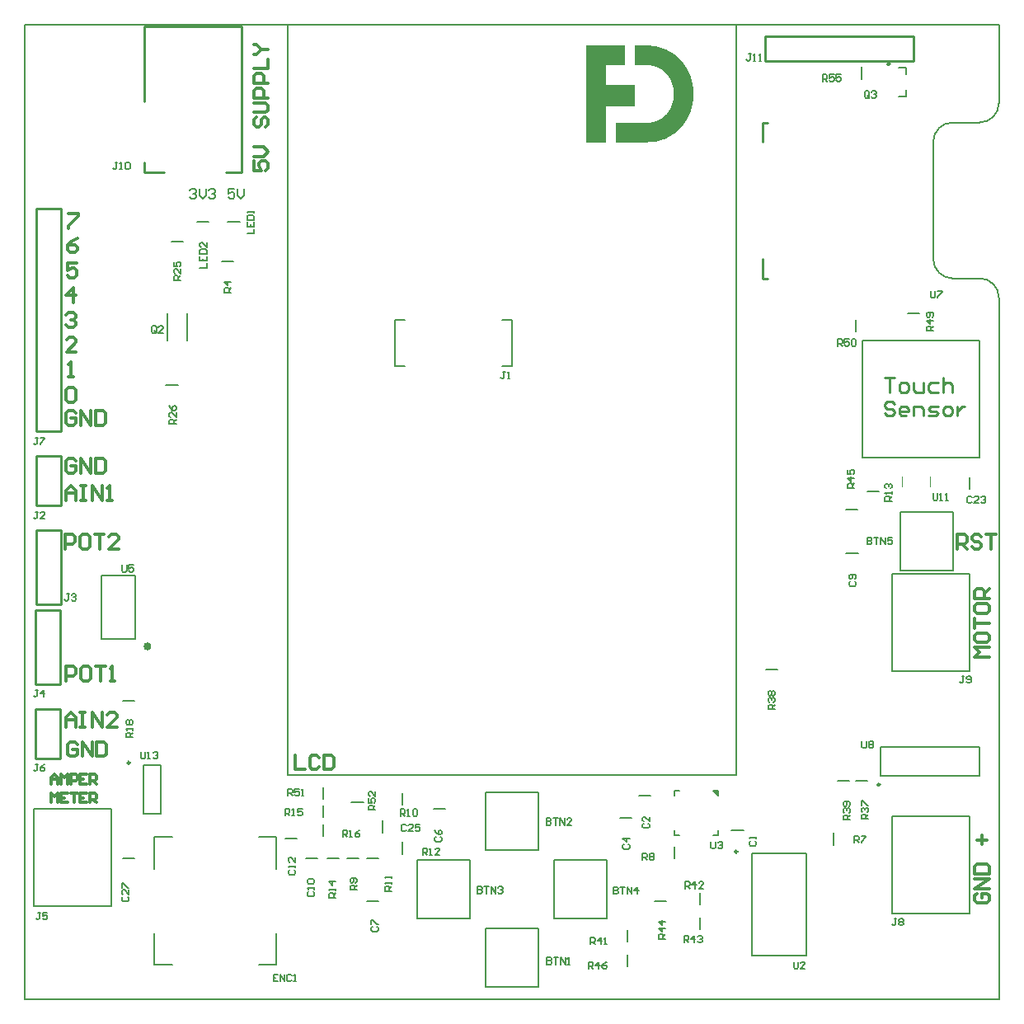
<source format=gto>
G04 Layer_Color=65535*
%FSLAX43Y43*%
%MOMM*%
G71*
G01*
G75*
%ADD28C,0.300*%
%ADD29C,0.400*%
%ADD35C,0.150*%
%ADD56C,2.000*%
%ADD57C,0.250*%
%ADD58C,0.254*%
%ADD59C,0.200*%
%ADD60C,0.100*%
%ADD61R,3.000X2.000*%
%ADD62R,1.000X2.000*%
%ADD63R,4.445X2.270*%
%ADD64R,3.000X2.000*%
%ADD65R,2.000X10.000*%
G36*
X71153Y20842D02*
X70653Y21342D01*
X71153D01*
Y20842D01*
D02*
G37*
D28*
X2675Y22074D02*
Y22740D01*
X3008Y23073D01*
X3341Y22740D01*
Y22074D01*
Y22573D01*
X2675D01*
X3675Y22074D02*
Y23073D01*
X4008Y22740D01*
X4341Y23073D01*
Y22074D01*
X4674D02*
Y23073D01*
X5174D01*
X5341Y22907D01*
Y22573D01*
X5174Y22407D01*
X4674D01*
X6340Y23073D02*
X5674D01*
Y22074D01*
X6340D01*
X5674Y22573D02*
X6007D01*
X6674Y22074D02*
Y23073D01*
X7174D01*
X7340Y22907D01*
Y22573D01*
X7174Y22407D01*
X6674D01*
X7007D02*
X7340Y22074D01*
X2675Y20154D02*
Y21154D01*
X3008Y20820D01*
X3341Y21154D01*
Y20154D01*
X4341Y21154D02*
X3675D01*
Y20154D01*
X4341D01*
X3675Y20654D02*
X4008D01*
X4674Y21154D02*
X5341D01*
X5008D01*
Y20154D01*
X6340Y21154D02*
X5674D01*
Y20154D01*
X6340D01*
X5674Y20654D02*
X6007D01*
X6674Y20154D02*
Y21154D01*
X7174D01*
X7340Y20987D01*
Y20654D01*
X7174Y20487D01*
X6674D01*
X7007D02*
X7340Y20154D01*
X5368Y26147D02*
X5118Y26397D01*
X4618D01*
X4368Y26147D01*
Y25148D01*
X4618Y24898D01*
X5118D01*
X5368Y25148D01*
Y25648D01*
X4868D01*
X5868Y24898D02*
Y26397D01*
X6867Y24898D01*
Y26397D01*
X7367D02*
Y24898D01*
X8117D01*
X8367Y25148D01*
Y26147D01*
X8117Y26397D01*
X7367D01*
X4449Y80606D02*
X5449D01*
Y80356D01*
X4449Y79356D01*
Y79106D01*
X5373Y78142D02*
X4873Y77892D01*
X4373Y77392D01*
Y76892D01*
X4623Y76642D01*
X5123D01*
X5373Y76892D01*
Y77142D01*
X5123Y77392D01*
X4373D01*
X5322Y75526D02*
X4322D01*
Y74776D01*
X4822Y75026D01*
X5072D01*
X5322Y74776D01*
Y74276D01*
X5072Y74026D01*
X4572D01*
X4322Y74276D01*
X4920Y71486D02*
Y72986D01*
X4170Y72236D01*
X5169D01*
X4195Y70221D02*
X4445Y70471D01*
X4945D01*
X5195Y70221D01*
Y69971D01*
X4945Y69721D01*
X4695D01*
X4945D01*
X5195Y69471D01*
Y69222D01*
X4945Y68972D01*
X4445D01*
X4195Y69222D01*
X5246Y66457D02*
X4246D01*
X5246Y67457D01*
Y67707D01*
X4996Y67957D01*
X4496D01*
X4246Y67707D01*
X4424Y63866D02*
X4924D01*
X4674D01*
Y65366D01*
X4424Y65116D01*
X4221Y62500D02*
X4471Y62750D01*
X4970D01*
X5220Y62500D01*
Y61500D01*
X4970Y61250D01*
X4471D01*
X4221Y61500D01*
Y62500D01*
X5225Y60135D02*
X4975Y60385D01*
X4475D01*
X4225Y60135D01*
Y59135D01*
X4475Y58885D01*
X4975D01*
X5225Y59135D01*
Y59635D01*
X4725D01*
X5725Y58885D02*
Y60385D01*
X6724Y58885D01*
Y60385D01*
X7224D02*
Y58885D01*
X7974D01*
X8224Y59135D01*
Y60135D01*
X7974Y60385D01*
X7224D01*
X95711Y46188D02*
Y47687D01*
X96461D01*
X96711Y47437D01*
Y46938D01*
X96461Y46688D01*
X95711D01*
X96211D02*
X96711Y46188D01*
X98211Y47437D02*
X97961Y47687D01*
X97461D01*
X97211Y47437D01*
Y47187D01*
X97461Y46938D01*
X97961D01*
X98211Y46688D01*
Y46438D01*
X97961Y46188D01*
X97461D01*
X97211Y46438D01*
X98710Y47687D02*
X99710D01*
X99210D01*
Y46188D01*
X27716Y25056D02*
Y23556D01*
X28715D01*
X30215Y24806D02*
X29965Y25056D01*
X29465D01*
X29215Y24806D01*
Y23806D01*
X29465Y23556D01*
X29965D01*
X30215Y23806D01*
X30715Y25056D02*
Y23556D01*
X31464D01*
X31714Y23806D01*
Y24806D01*
X31464Y25056D01*
X30715D01*
X23473Y86025D02*
Y85025D01*
X24223D01*
X23973Y85525D01*
Y85775D01*
X24223Y86025D01*
X24722D01*
X24972Y85775D01*
Y85275D01*
X24722Y85025D01*
X23473Y86525D02*
X24473D01*
X24972Y87025D01*
X24473Y87525D01*
X23473D01*
X23723Y90524D02*
X23473Y90274D01*
Y89774D01*
X23723Y89524D01*
X23973D01*
X24223Y89774D01*
Y90274D01*
X24473Y90524D01*
X24722D01*
X24972Y90274D01*
Y89774D01*
X24722Y89524D01*
X23473Y91023D02*
X24722D01*
X24972Y91273D01*
Y91773D01*
X24722Y92023D01*
X23473D01*
X24972Y92523D02*
X23473D01*
Y93273D01*
X23723Y93523D01*
X24223D01*
X24473Y93273D01*
Y92523D01*
X24972Y94022D02*
X23473D01*
Y94772D01*
X23723Y95022D01*
X24223D01*
X24473Y94772D01*
Y94022D01*
X23473Y95522D02*
X24972D01*
Y96522D01*
X23473Y97021D02*
X23723D01*
X24223Y97521D01*
X23723Y98021D01*
X23473D01*
X24223Y97521D02*
X24972D01*
X97738Y10840D02*
X97488Y10590D01*
Y10090D01*
X97738Y9840D01*
X98738D01*
X98988Y10090D01*
Y10590D01*
X98738Y10840D01*
X98238D01*
Y10340D01*
X98988Y11340D02*
X97488D01*
X98988Y12340D01*
X97488D01*
Y12839D02*
X98988D01*
Y13589D01*
X98738Y13839D01*
X97738D01*
X97488Y13589D01*
Y12839D01*
X98238Y15838D02*
Y16838D01*
X97738Y16338D02*
X98738D01*
X98988Y35088D02*
X97488D01*
X97988Y35588D01*
X97488Y36088D01*
X98988D01*
X97488Y37337D02*
Y36837D01*
X97738Y36588D01*
X98738D01*
X98988Y36837D01*
Y37337D01*
X98738Y37587D01*
X97738D01*
X97488Y37337D01*
Y38087D02*
Y39087D01*
Y38587D01*
X98988D01*
X97488Y40336D02*
Y39836D01*
X97738Y39587D01*
X98738D01*
X98988Y39836D01*
Y40336D01*
X98738Y40586D01*
X97738D01*
X97488Y40336D01*
X98988Y41086D02*
X97488D01*
Y41836D01*
X97738Y42086D01*
X98238D01*
X98488Y41836D01*
Y41086D01*
Y41586D02*
X98988Y42086D01*
X4125Y46220D02*
Y47720D01*
X4875D01*
X5125Y47470D01*
Y46970D01*
X4875Y46720D01*
X4125D01*
X6374Y47720D02*
X5874D01*
X5625Y47470D01*
Y46470D01*
X5874Y46220D01*
X6374D01*
X6624Y46470D01*
Y47470D01*
X6374Y47720D01*
X7124D02*
X8124D01*
X7624D01*
Y46220D01*
X9623D02*
X8624D01*
X9623Y47220D01*
Y47470D01*
X9373Y47720D01*
X8873D01*
X8624Y47470D01*
X4225Y32645D02*
Y34145D01*
X4975D01*
X5225Y33895D01*
Y33395D01*
X4975Y33145D01*
X4225D01*
X6474Y34145D02*
X5974D01*
X5725Y33895D01*
Y32895D01*
X5974Y32645D01*
X6474D01*
X6724Y32895D01*
Y33895D01*
X6474Y34145D01*
X7224D02*
X8224D01*
X7724D01*
Y32645D01*
X8724D02*
X9223D01*
X8973D01*
Y34145D01*
X8724Y33895D01*
X4170Y27925D02*
Y28925D01*
X4670Y29425D01*
X5169Y28925D01*
Y27925D01*
Y28675D01*
X4170D01*
X5669Y29425D02*
X6169D01*
X5919D01*
Y27925D01*
X5669D01*
X6169D01*
X6919D02*
Y29425D01*
X7919Y27925D01*
Y29425D01*
X9418Y27925D02*
X8418D01*
X9418Y28925D01*
Y29175D01*
X9168Y29425D01*
X8668D01*
X8418Y29175D01*
X4195Y51166D02*
Y52166D01*
X4695Y52666D01*
X5195Y52166D01*
Y51166D01*
Y51916D01*
X4195D01*
X5695Y52666D02*
X6195D01*
X5945D01*
Y51166D01*
X5695D01*
X6195D01*
X6944D02*
Y52666D01*
X7944Y51166D01*
Y52666D01*
X8444Y51166D02*
X8944D01*
X8694D01*
Y52666D01*
X8444Y52416D01*
X5220Y55261D02*
X4970Y55511D01*
X4471D01*
X4221Y55261D01*
Y54261D01*
X4471Y54011D01*
X4970D01*
X5220Y54261D01*
Y54761D01*
X4720D01*
X5720Y54011D02*
Y55511D01*
X6720Y54011D01*
Y55511D01*
X7220D02*
Y54011D01*
X7969D01*
X8219Y54261D01*
Y55261D01*
X7969Y55511D01*
X7220D01*
D29*
X12756Y36200D02*
G03*
X12756Y36200I-200J0D01*
G01*
D35*
X47300Y1250D02*
Y7250D01*
X52700D01*
Y1250D02*
Y7250D01*
X47300Y1250D02*
X52700D01*
X47300Y15250D02*
Y21250D01*
X52700D01*
Y15250D02*
Y21250D01*
X47300Y15250D02*
X52700D01*
X40300Y8250D02*
Y14250D01*
X45700D01*
Y8250D02*
Y14250D01*
X40300Y8250D02*
X45700D01*
X54300D02*
Y14250D01*
X59700D01*
Y8250D02*
Y14250D01*
X54300Y8250D02*
X59700D01*
X89883Y43990D02*
Y49990D01*
X95283D01*
Y43990D02*
Y49990D01*
X89883Y43990D02*
X95283D01*
X49000Y65000D02*
X50000D01*
Y69750D01*
X49000D02*
X50000D01*
X38000D02*
X39000D01*
X38000Y65000D02*
Y69750D01*
Y65000D02*
X39000D01*
X74625Y4425D02*
Y14925D01*
Y4425D02*
X80225D01*
Y14925D01*
X74625D02*
X80225D01*
X25770Y13375D02*
Y16675D01*
Y3475D02*
Y6775D01*
X13270Y13375D02*
Y16675D01*
Y3475D02*
Y6775D01*
X23965Y16675D02*
X25770D01*
X13270D02*
X15075D01*
X23965Y3475D02*
X25770D01*
X13270D02*
X15075D01*
X27000Y23000D02*
Y100000D01*
X73000Y23000D02*
Y100000D01*
X27000Y23000D02*
X73000D01*
X66653Y16842D02*
Y17342D01*
Y16842D02*
X67153D01*
X70653D02*
X71153D01*
Y17342D01*
X66653Y21342D02*
X67153D01*
X66653Y20842D02*
Y21342D01*
X70653D02*
X71153D01*
Y20842D02*
Y21342D01*
X70653D02*
X71153Y20842D01*
X7806Y36950D02*
X11306D01*
X7806D02*
Y43450D01*
X11306D01*
Y36950D02*
Y43450D01*
X16625Y67640D02*
Y70365D01*
X14625Y67640D02*
Y70365D01*
X65765Y6183D02*
X65065D01*
Y6533D01*
X65182Y6649D01*
X65415D01*
X65532Y6533D01*
Y6183D01*
Y6416D02*
X65765Y6649D01*
Y7232D02*
X65065D01*
X65415Y6883D01*
Y7349D01*
X65765Y7932D02*
X65065D01*
X65415Y7582D01*
Y8049D01*
X67670Y5802D02*
Y6502D01*
X68020D01*
X68136Y6385D01*
Y6152D01*
X68020Y6035D01*
X67670D01*
X67903D02*
X68136Y5802D01*
X68719D02*
Y6502D01*
X68370Y6152D01*
X68836D01*
X69069Y6385D02*
X69186Y6502D01*
X69419D01*
X69536Y6385D01*
Y6268D01*
X69419Y6152D01*
X69303D01*
X69419D01*
X69536Y6035D01*
Y5918D01*
X69419Y5802D01*
X69186D01*
X69069Y5918D01*
X67780Y11345D02*
Y12045D01*
X68130D01*
X68247Y11928D01*
Y11695D01*
X68130Y11578D01*
X67780D01*
X68013D02*
X68247Y11345D01*
X68830D02*
Y12045D01*
X68480Y11695D01*
X68946D01*
X69646Y11345D02*
X69180D01*
X69646Y11812D01*
Y11928D01*
X69529Y12045D01*
X69296D01*
X69180Y11928D01*
X58069Y5599D02*
Y6298D01*
X58418D01*
X58535Y6182D01*
Y5948D01*
X58418Y5832D01*
X58069D01*
X58302D02*
X58535Y5599D01*
X59118D02*
Y6298D01*
X58768Y5948D01*
X59235D01*
X59468Y5599D02*
X59701D01*
X59585D01*
Y6298D01*
X59468Y6182D01*
X83443Y67041D02*
Y67741D01*
X83793D01*
X83910Y67624D01*
Y67391D01*
X83793Y67274D01*
X83443D01*
X83676D02*
X83910Y67041D01*
X84609Y67741D02*
X84143D01*
Y67391D01*
X84376Y67508D01*
X84493D01*
X84609Y67391D01*
Y67158D01*
X84493Y67041D01*
X84260D01*
X84143Y67158D01*
X84843Y67624D02*
X84959Y67741D01*
X85193D01*
X85309Y67624D01*
Y67158D01*
X85193Y67041D01*
X84959D01*
X84843Y67158D01*
Y67624D01*
X93277Y68613D02*
X92578D01*
Y68963D01*
X92694Y69080D01*
X92928D01*
X93044Y68963D01*
Y68613D01*
Y68846D02*
X93277Y69080D01*
Y69663D02*
X92578D01*
X92928Y69313D01*
Y69779D01*
X93161Y70013D02*
X93277Y70129D01*
Y70363D01*
X93161Y70479D01*
X92694D01*
X92578Y70363D01*
Y70129D01*
X92694Y70013D01*
X92811D01*
X92928Y70129D01*
Y70479D01*
X57865Y3109D02*
Y3809D01*
X58215D01*
X58332Y3693D01*
Y3459D01*
X58215Y3343D01*
X57865D01*
X58099D02*
X58332Y3109D01*
X58915D02*
Y3809D01*
X58565Y3459D01*
X59032D01*
X59731Y3809D02*
X59498Y3693D01*
X59265Y3459D01*
Y3226D01*
X59382Y3109D01*
X59615D01*
X59731Y3226D01*
Y3343D01*
X59615Y3459D01*
X59265D01*
X85170Y52462D02*
X84471D01*
Y52811D01*
X84587Y52928D01*
X84821D01*
X84937Y52811D01*
Y52462D01*
Y52695D02*
X85170Y52928D01*
Y53511D02*
X84471D01*
X84821Y53161D01*
Y53628D01*
X84471Y54328D02*
Y53861D01*
X84821D01*
X84704Y54094D01*
Y54211D01*
X84821Y54328D01*
X85054D01*
X85170Y54211D01*
Y53978D01*
X85054Y53861D01*
X84713Y18400D02*
X84013D01*
Y18750D01*
X84130Y18867D01*
X84363D01*
X84480Y18750D01*
Y18400D01*
Y18633D02*
X84713Y18867D01*
X84130Y19100D02*
X84013Y19217D01*
Y19450D01*
X84130Y19566D01*
X84247D01*
X84363Y19450D01*
Y19333D01*
Y19450D01*
X84480Y19566D01*
X84597D01*
X84713Y19450D01*
Y19217D01*
X84597Y19100D01*
Y19800D02*
X84713Y19916D01*
Y20150D01*
X84597Y20266D01*
X84130D01*
X84013Y20150D01*
Y19916D01*
X84130Y19800D01*
X84247D01*
X84363Y19916D01*
Y20266D01*
X76992Y29754D02*
X76292D01*
Y30104D01*
X76408Y30221D01*
X76642D01*
X76758Y30104D01*
Y29754D01*
Y29987D02*
X76992Y30221D01*
X76408Y30454D02*
X76292Y30570D01*
Y30804D01*
X76408Y30920D01*
X76525D01*
X76642Y30804D01*
Y30687D01*
Y30804D01*
X76758Y30920D01*
X76875D01*
X76992Y30804D01*
Y30570D01*
X76875Y30454D01*
X76408Y31154D02*
X76292Y31270D01*
Y31503D01*
X76408Y31620D01*
X76525D01*
X76642Y31503D01*
X76758Y31620D01*
X76875D01*
X76992Y31503D01*
Y31270D01*
X76875Y31154D01*
X76758D01*
X76642Y31270D01*
X76525Y31154D01*
X76408D01*
X76642Y31270D02*
Y31503D01*
X86567Y18476D02*
X85868D01*
Y18826D01*
X85984Y18943D01*
X86218D01*
X86334Y18826D01*
Y18476D01*
Y18710D02*
X86567Y18943D01*
X85984Y19176D02*
X85868Y19293D01*
Y19526D01*
X85984Y19643D01*
X86101D01*
X86218Y19526D01*
Y19409D01*
Y19526D01*
X86334Y19643D01*
X86451D01*
X86567Y19526D01*
Y19293D01*
X86451Y19176D01*
X85868Y19876D02*
Y20342D01*
X85984D01*
X86451Y19876D01*
X86567D01*
X1318Y50018D02*
X1084D01*
X1201D01*
Y49435D01*
X1084Y49318D01*
X968D01*
X851Y49435D01*
X2017Y49318D02*
X1551D01*
X2017Y49785D01*
Y49901D01*
X1901Y50018D01*
X1667D01*
X1551Y49901D01*
X53594Y4256D02*
Y3556D01*
X53944D01*
X54061Y3673D01*
Y3789D01*
X53944Y3906D01*
X53594D01*
X53944D01*
X54061Y4023D01*
Y4139D01*
X53944Y4256D01*
X53594D01*
X54294D02*
X54760D01*
X54527D01*
Y3556D01*
X54994D02*
Y4256D01*
X55460Y3556D01*
Y4256D01*
X55693Y3556D02*
X55927D01*
X55810D01*
Y4256D01*
X55693Y4139D01*
X53547Y18567D02*
Y17867D01*
X53897D01*
X54014Y17983D01*
Y18100D01*
X53897Y18217D01*
X53547D01*
X53897D01*
X54014Y18333D01*
Y18450D01*
X53897Y18567D01*
X53547D01*
X54247D02*
X54714D01*
X54480D01*
Y17867D01*
X54947D02*
Y18567D01*
X55413Y17867D01*
Y18567D01*
X56113Y17867D02*
X55647D01*
X56113Y18333D01*
Y18450D01*
X55997Y18567D01*
X55763D01*
X55647Y18450D01*
X46461Y11531D02*
Y10831D01*
X46811D01*
X46927Y10948D01*
Y11064D01*
X46811Y11181D01*
X46461D01*
X46811D01*
X46927Y11298D01*
Y11414D01*
X46811Y11531D01*
X46461D01*
X47161D02*
X47627D01*
X47394D01*
Y10831D01*
X47860D02*
Y11531D01*
X48327Y10831D01*
Y11531D01*
X48560Y11414D02*
X48677Y11531D01*
X48910D01*
X49027Y11414D01*
Y11298D01*
X48910Y11181D01*
X48793D01*
X48910D01*
X49027Y11064D01*
Y10948D01*
X48910Y10831D01*
X48677D01*
X48560Y10948D01*
X60431Y11505D02*
Y10806D01*
X60781D01*
X60897Y10922D01*
Y11039D01*
X60781Y11155D01*
X60431D01*
X60781D01*
X60897Y11272D01*
Y11389D01*
X60781Y11505D01*
X60431D01*
X61131D02*
X61597D01*
X61364D01*
Y10806D01*
X61830D02*
Y11505D01*
X62297Y10806D01*
Y11505D01*
X62880Y10806D02*
Y11505D01*
X62530Y11155D01*
X62997D01*
X86466Y47370D02*
Y46670D01*
X86816D01*
X86932Y46787D01*
Y46904D01*
X86816Y47020D01*
X86466D01*
X86816D01*
X86932Y47137D01*
Y47254D01*
X86816Y47370D01*
X86466D01*
X87166D02*
X87632D01*
X87399D01*
Y46670D01*
X87865D02*
Y47370D01*
X88332Y46670D01*
Y47370D01*
X89032D02*
X88565D01*
Y47020D01*
X88798Y47137D01*
X88915D01*
X89032Y47020D01*
Y46787D01*
X88915Y46670D01*
X88682D01*
X88565Y46787D01*
X74503Y16200D02*
X74387Y16083D01*
Y15850D01*
X74503Y15733D01*
X74970D01*
X75087Y15850D01*
Y16083D01*
X74970Y16200D01*
X75087Y16433D02*
Y16666D01*
Y16550D01*
X74387D01*
X74503Y16433D01*
X63531Y18003D02*
X63414Y17886D01*
Y17653D01*
X63531Y17537D01*
X63997D01*
X64114Y17653D01*
Y17886D01*
X63997Y18003D01*
X64114Y18703D02*
Y18236D01*
X63647Y18703D01*
X63531D01*
X63414Y18586D01*
Y18353D01*
X63531Y18236D01*
X61499Y15870D02*
X61382Y15753D01*
Y15520D01*
X61499Y15403D01*
X61965D01*
X62082Y15520D01*
Y15753D01*
X61965Y15870D01*
X62082Y16453D02*
X61382D01*
X61732Y16103D01*
Y16569D01*
X42195Y16632D02*
X42078Y16515D01*
Y16282D01*
X42195Y16165D01*
X42661D01*
X42778Y16282D01*
Y16515D01*
X42661Y16632D01*
X42078Y17331D02*
X42195Y17098D01*
X42428Y16865D01*
X42661D01*
X42778Y16981D01*
Y17215D01*
X42661Y17331D01*
X42545D01*
X42428Y17215D01*
Y16865D01*
X35667Y7411D02*
X35550Y7295D01*
Y7061D01*
X35667Y6945D01*
X36133D01*
X36250Y7061D01*
Y7295D01*
X36133Y7411D01*
X35550Y7645D02*
Y8111D01*
X35667D01*
X36133Y7645D01*
X36250D01*
X84714Y42870D02*
X84598Y42753D01*
Y42520D01*
X84714Y42403D01*
X85181D01*
X85297Y42520D01*
Y42753D01*
X85181Y42870D01*
Y43103D02*
X85297Y43220D01*
Y43453D01*
X85181Y43569D01*
X84714D01*
X84598Y43453D01*
Y43220D01*
X84714Y43103D01*
X84831D01*
X84948Y43220D01*
Y43569D01*
X29114Y11018D02*
X28997Y10901D01*
Y10668D01*
X29114Y10552D01*
X29580D01*
X29697Y10668D01*
Y10901D01*
X29580Y11018D01*
X29697Y11251D02*
Y11485D01*
Y11368D01*
X28997D01*
X29114Y11251D01*
Y11835D02*
X28997Y11951D01*
Y12184D01*
X29114Y12301D01*
X29580D01*
X29697Y12184D01*
Y11951D01*
X29580Y11835D01*
X29114D01*
X27166Y13234D02*
X27050Y13117D01*
Y12884D01*
X27166Y12767D01*
X27633D01*
X27750Y12884D01*
Y13117D01*
X27633Y13234D01*
X27750Y13467D02*
Y13700D01*
Y13584D01*
X27050D01*
X27166Y13467D01*
X27750Y14517D02*
Y14050D01*
X27283Y14517D01*
X27166D01*
X27050Y14400D01*
Y14167D01*
X27166Y14050D01*
X49311Y64403D02*
X49077D01*
X49194D01*
Y63820D01*
X49077Y63703D01*
X48961D01*
X48844Y63820D01*
X49544Y63703D02*
X49777D01*
X49661D01*
Y64403D01*
X49544Y64286D01*
X4531Y41594D02*
X4297D01*
X4414D01*
Y41011D01*
X4297Y40894D01*
X4181D01*
X4064Y41011D01*
X4764Y41477D02*
X4880Y41594D01*
X5114D01*
X5230Y41477D01*
Y41361D01*
X5114Y41244D01*
X4997D01*
X5114D01*
X5230Y41127D01*
Y41011D01*
X5114Y40894D01*
X4880D01*
X4764Y41011D01*
X1318Y31730D02*
X1084D01*
X1201D01*
Y31147D01*
X1084Y31030D01*
X968D01*
X851Y31147D01*
X1901Y31030D02*
Y31730D01*
X1551Y31380D01*
X2017D01*
X1318Y24110D02*
X1084D01*
X1201D01*
Y23527D01*
X1084Y23410D01*
X968D01*
X851Y23527D01*
X2017Y24110D02*
X1784Y23993D01*
X1551Y23760D01*
Y23527D01*
X1667Y23410D01*
X1901D01*
X2017Y23527D01*
Y23643D01*
X1901Y23760D01*
X1551D01*
X1318Y57638D02*
X1084D01*
X1201D01*
Y57055D01*
X1084Y56938D01*
X968D01*
X851Y57055D01*
X1551Y57638D02*
X2017D01*
Y57521D01*
X1551Y57055D01*
Y56938D01*
X89494Y8244D02*
X89260D01*
X89377D01*
Y7660D01*
X89260Y7544D01*
X89144D01*
X89027Y7660D01*
X89727Y8127D02*
X89843Y8244D01*
X90077D01*
X90193Y8127D01*
Y8010D01*
X90077Y7894D01*
X90193Y7777D01*
Y7660D01*
X90077Y7544D01*
X89843D01*
X89727Y7660D01*
Y7777D01*
X89843Y7894D01*
X89727Y8010D01*
Y8127D01*
X89843Y7894D02*
X90077D01*
X96428Y33136D02*
X96194D01*
X96311D01*
Y32552D01*
X96194Y32436D01*
X96078D01*
X95961Y32552D01*
X96661D02*
X96778Y32436D01*
X97011D01*
X97127Y32552D01*
Y33019D01*
X97011Y33136D01*
X96778D01*
X96661Y33019D01*
Y32902D01*
X96778Y32786D01*
X97127D01*
X9478Y85923D02*
X9244D01*
X9361D01*
Y85340D01*
X9244Y85223D01*
X9128D01*
X9011Y85340D01*
X9711Y85223D02*
X9944D01*
X9828D01*
Y85923D01*
X9711Y85806D01*
X10294D02*
X10411Y85923D01*
X10644D01*
X10761Y85806D01*
Y85340D01*
X10644Y85223D01*
X10411D01*
X10294Y85340D01*
Y85806D01*
X22783Y78604D02*
X23482D01*
Y79071D01*
X22783Y79770D02*
Y79304D01*
X23482D01*
Y79770D01*
X23133Y79304D02*
Y79537D01*
X22783Y80004D02*
X23482D01*
Y80354D01*
X23366Y80470D01*
X22899D01*
X22783Y80354D01*
Y80004D01*
X23482Y80704D02*
Y80937D01*
Y80820D01*
X22783D01*
X22899Y80704D01*
X17931Y75099D02*
X18631D01*
Y75566D01*
X17931Y76265D02*
Y75799D01*
X18631D01*
Y76265D01*
X18281Y75799D02*
Y76032D01*
X17931Y76499D02*
X18631D01*
Y76848D01*
X18514Y76965D01*
X18048D01*
X17931Y76848D01*
Y76499D01*
X18631Y77665D02*
Y77198D01*
X18164Y77665D01*
X18048D01*
X17931Y77548D01*
Y77315D01*
X18048Y77198D01*
X21162Y72553D02*
X20463D01*
Y72903D01*
X20579Y73020D01*
X20813D01*
X20929Y72903D01*
Y72553D01*
Y72786D02*
X21162Y73020D01*
Y73603D02*
X20463D01*
X20813Y73253D01*
Y73719D01*
X85166Y16027D02*
Y16727D01*
X85516D01*
X85633Y16611D01*
Y16377D01*
X85516Y16261D01*
X85166D01*
X85399D02*
X85633Y16027D01*
X85866Y16727D02*
X86332D01*
Y16611D01*
X85866Y16144D01*
Y16027D01*
X63403Y14260D02*
Y14960D01*
X63752D01*
X63869Y14843D01*
Y14610D01*
X63752Y14493D01*
X63403D01*
X63636D02*
X63869Y14260D01*
X64102Y14843D02*
X64219Y14960D01*
X64452D01*
X64569Y14843D01*
Y14727D01*
X64452Y14610D01*
X64569Y14493D01*
Y14377D01*
X64452Y14260D01*
X64219D01*
X64102Y14377D01*
Y14493D01*
X64219Y14610D01*
X64102Y14727D01*
Y14843D01*
X64219Y14610D02*
X64452D01*
X34066Y11212D02*
X33366D01*
Y11562D01*
X33482Y11679D01*
X33716D01*
X33832Y11562D01*
Y11212D01*
Y11445D02*
X34066Y11679D01*
X33949Y11912D02*
X34066Y12028D01*
Y12262D01*
X33949Y12378D01*
X33482D01*
X33366Y12262D01*
Y12028D01*
X33482Y11912D01*
X33599D01*
X33716Y12028D01*
Y12378D01*
X38545Y18787D02*
Y19487D01*
X38894D01*
X39011Y19370D01*
Y19137D01*
X38894Y19020D01*
X38545D01*
X38778D02*
X39011Y18787D01*
X39244D02*
X39478D01*
X39361D01*
Y19487D01*
X39244Y19370D01*
X39828D02*
X39944Y19487D01*
X40177D01*
X40294Y19370D01*
Y18904D01*
X40177Y18787D01*
X39944D01*
X39828Y18904D01*
Y19370D01*
X37622Y11085D02*
X36922D01*
Y11435D01*
X37038Y11552D01*
X37272D01*
X37388Y11435D01*
Y11085D01*
Y11318D02*
X37622Y11552D01*
Y11785D02*
Y12018D01*
Y11901D01*
X36922D01*
X37038Y11785D01*
X37622Y12368D02*
Y12601D01*
Y12485D01*
X36922D01*
X37038Y12368D01*
X40820Y14785D02*
Y15485D01*
X41170D01*
X41287Y15368D01*
Y15135D01*
X41170Y15018D01*
X40820D01*
X41053D02*
X41287Y14785D01*
X41520D02*
X41753D01*
X41636D01*
Y15485D01*
X41520Y15368D01*
X42569Y14785D02*
X42103D01*
X42569Y15252D01*
Y15368D01*
X42453Y15485D01*
X42220D01*
X42103Y15368D01*
X89006Y51141D02*
X88306D01*
Y51491D01*
X88423Y51607D01*
X88656D01*
X88773Y51491D01*
Y51141D01*
Y51374D02*
X89006Y51607D01*
Y51841D02*
Y52074D01*
Y51957D01*
X88306D01*
X88423Y51841D01*
Y52424D02*
X88306Y52540D01*
Y52774D01*
X88423Y52890D01*
X88539D01*
X88656Y52774D01*
Y52657D01*
Y52774D01*
X88773Y52890D01*
X88889D01*
X89006Y52774D01*
Y52540D01*
X88889Y52424D01*
X31907Y10399D02*
X31207D01*
Y10749D01*
X31323Y10866D01*
X31557D01*
X31673Y10749D01*
Y10399D01*
Y10632D02*
X31907Y10866D01*
Y11099D02*
Y11332D01*
Y11216D01*
X31207D01*
X31323Y11099D01*
X31907Y12032D02*
X31207D01*
X31557Y11682D01*
Y12149D01*
X26708Y18813D02*
Y19512D01*
X27058D01*
X27175Y19396D01*
Y19162D01*
X27058Y19046D01*
X26708D01*
X26941D02*
X27175Y18813D01*
X27408D02*
X27641D01*
X27525D01*
Y19512D01*
X27408Y19396D01*
X28458Y19512D02*
X27991D01*
Y19162D01*
X28224Y19279D01*
X28341D01*
X28458Y19162D01*
Y18929D01*
X28341Y18813D01*
X28108D01*
X27991Y18929D01*
X32618Y16648D02*
Y17347D01*
X32968D01*
X33084Y17231D01*
Y16997D01*
X32968Y16881D01*
X32618D01*
X32851D02*
X33084Y16648D01*
X33318D02*
X33551D01*
X33434D01*
Y17347D01*
X33318Y17231D01*
X34367Y17347D02*
X34134Y17231D01*
X33901Y16997D01*
Y16764D01*
X34017Y16648D01*
X34251D01*
X34367Y16764D01*
Y16881D01*
X34251Y16997D01*
X33901D01*
X11053Y26884D02*
X10353D01*
Y27234D01*
X10470Y27350D01*
X10703D01*
X10820Y27234D01*
Y26884D01*
Y27117D02*
X11053Y27350D01*
Y27584D02*
Y27817D01*
Y27700D01*
X10353D01*
X10470Y27584D01*
Y28167D02*
X10353Y28283D01*
Y28517D01*
X10470Y28633D01*
X10587D01*
X10703Y28517D01*
X10820Y28633D01*
X10937D01*
X11053Y28517D01*
Y28283D01*
X10937Y28167D01*
X10820D01*
X10703Y28283D01*
X10587Y28167D01*
X10470D01*
X10703Y28283D02*
Y28517D01*
X15972Y73798D02*
X15272D01*
Y74147D01*
X15389Y74264D01*
X15622D01*
X15739Y74147D01*
Y73798D01*
Y74031D02*
X15972Y74264D01*
Y74964D02*
Y74497D01*
X15505Y74964D01*
X15389D01*
X15272Y74847D01*
Y74614D01*
X15389Y74497D01*
X15272Y75664D02*
Y75197D01*
X15622D01*
X15505Y75430D01*
Y75547D01*
X15622Y75664D01*
X15855D01*
X15972Y75547D01*
Y75314D01*
X15855Y75197D01*
X78922Y3809D02*
Y3226D01*
X79039Y3109D01*
X79272D01*
X79389Y3226D01*
Y3809D01*
X80088Y3109D02*
X79622D01*
X80088Y3576D01*
Y3693D01*
X79972Y3809D01*
X79738D01*
X79622Y3693D01*
X70434Y16143D02*
Y15560D01*
X70551Y15443D01*
X70784D01*
X70901Y15560D01*
Y16143D01*
X71134Y16026D02*
X71251Y16143D01*
X71484D01*
X71600Y16026D01*
Y15910D01*
X71484Y15793D01*
X71367D01*
X71484D01*
X71600Y15676D01*
Y15560D01*
X71484Y15443D01*
X71251D01*
X71134Y15560D01*
X9950Y44545D02*
Y43962D01*
X10067Y43845D01*
X10300D01*
X10417Y43962D01*
Y44545D01*
X11116D02*
X10650D01*
Y44195D01*
X10883Y44312D01*
X11000D01*
X11116Y44195D01*
Y43962D01*
X11000Y43845D01*
X10766D01*
X10650Y43962D01*
X93000Y72700D02*
Y72117D01*
X93117Y72000D01*
X93350D01*
X93467Y72117D01*
Y72700D01*
X93700D02*
X94166D01*
Y72583D01*
X93700Y72117D01*
Y72000D01*
X85932Y26466D02*
Y25883D01*
X86049Y25766D01*
X86282D01*
X86399Y25883D01*
Y26466D01*
X86632Y26349D02*
X86749Y26466D01*
X86982D01*
X87099Y26349D01*
Y26233D01*
X86982Y26116D01*
X87099Y25999D01*
Y25883D01*
X86982Y25766D01*
X86749D01*
X86632Y25883D01*
Y25999D01*
X86749Y26116D01*
X86632Y26233D01*
Y26349D01*
X86749Y26116D02*
X86982D01*
X25956Y2520D02*
X25489D01*
Y1820D01*
X25956D01*
X25489Y2170D02*
X25722D01*
X26189Y1820D02*
Y2520D01*
X26655Y1820D01*
Y2520D01*
X27355Y2403D02*
X27238Y2520D01*
X27005D01*
X26889Y2403D01*
Y1937D01*
X27005Y1820D01*
X27238D01*
X27355Y1937D01*
X27588Y1820D02*
X27822D01*
X27705D01*
Y2520D01*
X27588Y2403D01*
X13467Y68517D02*
Y68983D01*
X13350Y69100D01*
X13117D01*
X13000Y68983D01*
Y68517D01*
X13117Y68400D01*
X13350D01*
X13233Y68633D02*
X13467Y68400D01*
X13350D02*
X13467Y68517D01*
X14166Y68400D02*
X13700D01*
X14166Y68867D01*
Y68983D01*
X14050Y69100D01*
X13816D01*
X13700Y68983D01*
X15498Y59040D02*
X14798D01*
Y59390D01*
X14915Y59507D01*
X15148D01*
X15265Y59390D01*
Y59040D01*
Y59273D02*
X15498Y59507D01*
Y60206D02*
Y59740D01*
X15032Y60206D01*
X14915D01*
X14798Y60090D01*
Y59857D01*
X14915Y59740D01*
X14798Y60906D02*
X14915Y60673D01*
X15148Y60440D01*
X15382D01*
X15498Y60556D01*
Y60790D01*
X15382Y60906D01*
X15265D01*
X15148Y60790D01*
Y60440D01*
X97219Y51495D02*
X97103Y51612D01*
X96869D01*
X96753Y51495D01*
Y51029D01*
X96869Y50912D01*
X97103D01*
X97219Y51029D01*
X97919Y50912D02*
X97453D01*
X97919Y51379D01*
Y51495D01*
X97802Y51612D01*
X97569D01*
X97453Y51495D01*
X98152D02*
X98269Y51612D01*
X98502D01*
X98619Y51495D01*
Y51379D01*
X98502Y51262D01*
X98386D01*
X98502D01*
X98619Y51145D01*
Y51029D01*
X98502Y50912D01*
X98269D01*
X98152Y51029D01*
X93243Y51906D02*
Y51323D01*
X93360Y51206D01*
X93593D01*
X93710Y51323D01*
Y51906D01*
X93943Y51206D02*
X94176D01*
X94060D01*
Y51906D01*
X93943Y51790D01*
X94526Y51206D02*
X94760D01*
X94643D01*
Y51906D01*
X94526Y51790D01*
X39130Y17815D02*
X39013Y17932D01*
X38780D01*
X38663Y17815D01*
Y17348D01*
X38780Y17232D01*
X39013D01*
X39130Y17348D01*
X39829Y17232D02*
X39363D01*
X39829Y17698D01*
Y17815D01*
X39713Y17932D01*
X39479D01*
X39363Y17815D01*
X40529Y17932D02*
X40063D01*
Y17582D01*
X40296Y17698D01*
X40412D01*
X40529Y17582D01*
Y17348D01*
X40412Y17232D01*
X40179D01*
X40063Y17348D01*
X10047Y10482D02*
X9930Y10365D01*
Y10132D01*
X10047Y10016D01*
X10513D01*
X10630Y10132D01*
Y10365D01*
X10513Y10482D01*
X10630Y11182D02*
Y10715D01*
X10163Y11182D01*
X10047D01*
X9930Y11065D01*
Y10832D01*
X10047Y10715D01*
X9930Y11415D02*
Y11882D01*
X10047D01*
X10513Y11415D01*
X10630D01*
X1572Y8870D02*
X1338D01*
X1455D01*
Y8287D01*
X1338Y8170D01*
X1222D01*
X1105Y8287D01*
X2271Y8870D02*
X1805D01*
Y8520D01*
X2038Y8637D01*
X2155D01*
X2271Y8520D01*
Y8287D01*
X2155Y8170D01*
X1921D01*
X1805Y8287D01*
X26988Y20870D02*
Y21570D01*
X27337D01*
X27454Y21453D01*
Y21220D01*
X27337Y21103D01*
X26988D01*
X27221D02*
X27454Y20870D01*
X28154Y21570D02*
X27687D01*
Y21220D01*
X27921Y21337D01*
X28037D01*
X28154Y21220D01*
Y20987D01*
X28037Y20870D01*
X27804D01*
X27687Y20987D01*
X28387Y20870D02*
X28620D01*
X28504D01*
Y21570D01*
X28387Y21453D01*
X35979Y19422D02*
X35279D01*
Y19772D01*
X35396Y19889D01*
X35629D01*
X35746Y19772D01*
Y19422D01*
Y19655D02*
X35979Y19889D01*
X35279Y20588D02*
Y20122D01*
X35629D01*
X35513Y20355D01*
Y20472D01*
X35629Y20588D01*
X35863D01*
X35979Y20472D01*
Y20239D01*
X35863Y20122D01*
X35979Y21288D02*
Y20822D01*
X35513Y21288D01*
X35396D01*
X35279Y21172D01*
Y20938D01*
X35396Y20822D01*
X11874Y25380D02*
Y24797D01*
X11991Y24680D01*
X12224D01*
X12341Y24797D01*
Y25380D01*
X12574Y24680D02*
X12807D01*
X12690D01*
Y25380D01*
X12574Y25263D01*
X13157D02*
X13274Y25380D01*
X13507D01*
X13623Y25263D01*
Y25147D01*
X13507Y25030D01*
X13390D01*
X13507D01*
X13623Y24913D01*
Y24797D01*
X13507Y24680D01*
X13274D01*
X13157Y24797D01*
X74542Y97050D02*
X74308D01*
X74425D01*
Y96467D01*
X74308Y96350D01*
X74192D01*
X74075Y96467D01*
X74775Y96350D02*
X75008D01*
X74891D01*
Y97050D01*
X74775Y96933D01*
X75358Y96350D02*
X75591D01*
X75475D01*
Y97050D01*
X75358Y96933D01*
X86683Y92657D02*
Y93123D01*
X86566Y93240D01*
X86333D01*
X86216Y93123D01*
Y92657D01*
X86333Y92540D01*
X86566D01*
X86449Y92773D02*
X86683Y92540D01*
X86566D02*
X86683Y92657D01*
X86916Y93123D02*
X87033Y93240D01*
X87266D01*
X87382Y93123D01*
Y93007D01*
X87266Y92890D01*
X87149D01*
X87266D01*
X87382Y92773D01*
Y92657D01*
X87266Y92540D01*
X87033D01*
X86916Y92657D01*
X81898Y94216D02*
Y94916D01*
X82248D01*
X82365Y94800D01*
Y94566D01*
X82248Y94450D01*
X81898D01*
X82131D02*
X82365Y94216D01*
X83064Y94916D02*
X82598D01*
Y94566D01*
X82831Y94683D01*
X82948D01*
X83064Y94566D01*
Y94333D01*
X82948Y94216D01*
X82715D01*
X82598Y94333D01*
X83764Y94916D02*
X83298D01*
Y94566D01*
X83531Y94683D01*
X83648D01*
X83764Y94566D01*
Y94333D01*
X83648Y94216D01*
X83414D01*
X83298Y94333D01*
X95250Y90000D02*
G03*
X93250Y88000I0J-2000D01*
G01*
X98000Y90000D02*
G03*
X100000Y92000I0J2000D01*
G01*
Y72000D02*
G03*
X98000Y74000I-2000J0D01*
G01*
X93250Y76000D02*
G03*
X95250Y74000I2000J0D01*
G01*
Y90000D02*
X98000D01*
X-0Y100000D02*
X0Y0D01*
X93250Y76000D02*
Y88000D01*
X95250Y74000D02*
X98000D01*
X-0Y100000D02*
X100000D01*
X100000Y92000D02*
Y100000D01*
X100000Y0D02*
Y72000D01*
X0Y0D02*
X100000D01*
D56*
X63632Y88923D02*
G03*
X63632Y96923I0J4000D01*
G01*
D57*
X73150Y15120D02*
G03*
X73150Y15120I-125J0D01*
G01*
X87794Y22005D02*
G03*
X87794Y22005I-125J0D01*
G01*
X10755Y24260D02*
G03*
X10755Y24260I-125J0D01*
G01*
X88805Y95996D02*
G03*
X88805Y95996I-125J0D01*
G01*
X88250Y63769D02*
X89250D01*
X88750D01*
Y62269D01*
X89999D02*
X90499D01*
X90749Y62519D01*
Y63019D01*
X90499Y63269D01*
X89999D01*
X89750Y63019D01*
Y62519D01*
X89999Y62269D01*
X91249Y63269D02*
Y62519D01*
X91499Y62269D01*
X92249D01*
Y63269D01*
X93748D02*
X92998D01*
X92749Y63019D01*
Y62519D01*
X92998Y62269D01*
X93748D01*
X94248Y63769D02*
Y62269D01*
Y63019D01*
X94498Y63269D01*
X94998D01*
X95248Y63019D01*
Y62269D01*
X89250Y61120D02*
X89000Y61370D01*
X88500D01*
X88250Y61120D01*
Y60870D01*
X88500Y60620D01*
X89000D01*
X89250Y60370D01*
Y60120D01*
X89000Y59870D01*
X88500D01*
X88250Y60120D01*
X90499Y59870D02*
X89999D01*
X89750Y60120D01*
Y60620D01*
X89999Y60870D01*
X90499D01*
X90749Y60620D01*
Y60370D01*
X89750D01*
X91249Y59870D02*
Y60870D01*
X91999D01*
X92249Y60620D01*
Y59870D01*
X92749D02*
X93498D01*
X93748Y60120D01*
X93498Y60370D01*
X92998D01*
X92749Y60620D01*
X92998Y60870D01*
X93748D01*
X94498Y59870D02*
X94998D01*
X95248Y60120D01*
Y60620D01*
X94998Y60870D01*
X94498D01*
X94248Y60620D01*
Y60120D01*
X94498Y59870D01*
X95748Y60870D02*
Y59870D01*
Y60370D01*
X95997Y60620D01*
X96247Y60870D01*
X96497D01*
D58*
X75750Y88000D02*
Y90000D01*
X76250D01*
X75750Y74000D02*
Y76000D01*
Y74000D02*
X76250D01*
X12212Y84850D02*
Y85925D01*
Y84850D02*
X14281D01*
X22261D02*
Y99875D01*
X20617Y84850D02*
X22261D01*
X12212Y92125D02*
Y99875D01*
X22261D01*
X1105Y50715D02*
X3645D01*
X1105D02*
Y55795D01*
X3645D01*
Y50715D02*
Y55795D01*
X1105Y40555D02*
X3645D01*
X1105D02*
Y48175D01*
X3645Y40555D02*
Y48175D01*
X1105D02*
X3645D01*
X1090Y24665D02*
Y29745D01*
Y24665D02*
X3630D01*
Y29745D01*
X1090D02*
X3630D01*
X1105Y81195D02*
X3645D01*
Y58335D02*
Y81195D01*
X1105Y58335D02*
Y81195D01*
Y58335D02*
X3645D01*
X1090Y39935D02*
X3630D01*
Y32315D02*
Y39935D01*
X1090Y32315D02*
Y39935D01*
Y32315D02*
X3630D01*
X91220Y96350D02*
Y98890D01*
X75980Y96350D02*
X91220D01*
X75980Y98890D02*
X91220D01*
X75980Y96350D02*
Y98890D01*
D59*
X17650Y79798D02*
X18850D01*
X20825D02*
X22025D01*
X85305Y22405D02*
X86505D01*
X84325Y45756D02*
X85525D01*
X84308Y50256D02*
X85508D01*
X61811Y3337D02*
Y4537D01*
X20190Y75734D02*
X21390D01*
X72553Y17326D02*
X73753D01*
X63053Y20842D02*
X64253D01*
X61053Y18592D02*
X62253D01*
X41945Y19558D02*
X43145D01*
X35087Y10016D02*
X36287D01*
X28826Y14478D02*
X30026D01*
X97002Y8734D02*
Y18737D01*
X97001Y8733D02*
X97002Y8734D01*
X89002Y8733D02*
X97001D01*
X89002D02*
Y18741D01*
X89005Y18737D01*
X97002D01*
Y33626D02*
Y43629D01*
X97001Y33625D02*
X97002Y33626D01*
X89002Y33625D02*
X97001D01*
X89002D02*
Y43633D01*
X89005Y43629D01*
X97002D01*
X83020Y15825D02*
Y17025D01*
X66637Y14428D02*
Y15628D01*
X33055Y14478D02*
X34255D01*
X38735Y19900D02*
Y21100D01*
X35087Y14478D02*
X36287D01*
X38735Y14894D02*
Y16094D01*
X86484Y52126D02*
X87684D01*
X31023Y14478D02*
X32223D01*
X30607Y18630D02*
Y19830D01*
Y16725D02*
Y17925D01*
X10030Y30649D02*
X11230D01*
X15025Y77766D02*
X16225D01*
X87884Y22905D02*
Y25905D01*
X98044D01*
X87884Y22905D02*
X98044D01*
Y25905D01*
X14475Y63034D02*
X15675D01*
X96973Y52395D02*
Y53595D01*
X36703Y17095D02*
Y18295D01*
X90650Y70400D02*
X91850D01*
X85306Y68530D02*
Y69730D01*
X83400Y22405D02*
X84600D01*
X76070Y33824D02*
X77270D01*
X86000Y67620D02*
X98000D01*
Y55620D02*
Y67620D01*
X86000Y55620D02*
X98000D01*
X86000D02*
Y67620D01*
X61811Y5900D02*
Y7100D01*
X69304Y7170D02*
Y8370D01*
X64640Y10056D02*
X65840D01*
X69304Y9710D02*
Y10910D01*
X26705Y16510D02*
X27905D01*
X10030Y14460D02*
X11230D01*
X33525Y20235D02*
X34725D01*
X30607Y20535D02*
Y21735D01*
X877Y9520D02*
X8874D01*
X8877Y9516D01*
Y19524D01*
X878D02*
X8877D01*
X877Y19523D02*
X878Y19524D01*
X877Y9520D02*
Y19523D01*
X12130Y19005D02*
Y24005D01*
X13930Y19005D02*
Y24005D01*
X12130D02*
X13930D01*
X12130Y19005D02*
X13930D01*
X85886Y94480D02*
Y95680D01*
X90430Y92630D02*
Y93330D01*
X89730Y92630D02*
X90430D01*
X89730Y95630D02*
X90430D01*
Y94930D02*
Y95630D01*
X21507Y83185D02*
X20841D01*
Y82685D01*
X21174Y82852D01*
X21341D01*
X21507Y82685D01*
Y82352D01*
X21341Y82186D01*
X21007D01*
X20841Y82352D01*
X21840Y83185D02*
Y82519D01*
X22174Y82186D01*
X22507Y82519D01*
Y83185D01*
X16878Y83019D02*
X17045Y83185D01*
X17378D01*
X17545Y83019D01*
Y82852D01*
X17378Y82685D01*
X17212D01*
X17378D01*
X17545Y82519D01*
Y82352D01*
X17378Y82186D01*
X17045D01*
X16878Y82352D01*
X17878Y83185D02*
Y82519D01*
X18211Y82186D01*
X18545Y82519D01*
Y83185D01*
X18878Y83019D02*
X19044Y83185D01*
X19378D01*
X19544Y83019D01*
Y82852D01*
X19378Y82685D01*
X19211D01*
X19378D01*
X19544Y82519D01*
Y82352D01*
X19378Y82186D01*
X19044D01*
X18878Y82352D01*
D60*
X90014Y52608D02*
Y53608D01*
X92914Y52608D02*
Y53608D01*
D61*
X62132Y88923D02*
D03*
D62*
X63132Y96923D02*
D03*
D63*
X60409Y92788D02*
D03*
D64*
X60132Y96923D02*
D03*
D65*
X58632Y92923D02*
D03*
M02*

</source>
